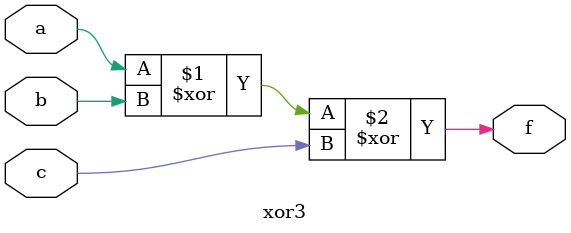
<source format=v>

module xor3(a,b,c,f);
    input a,b,c ;
    output f ;
    assign f = a ^ b ^ c ;
endmodule

</source>
